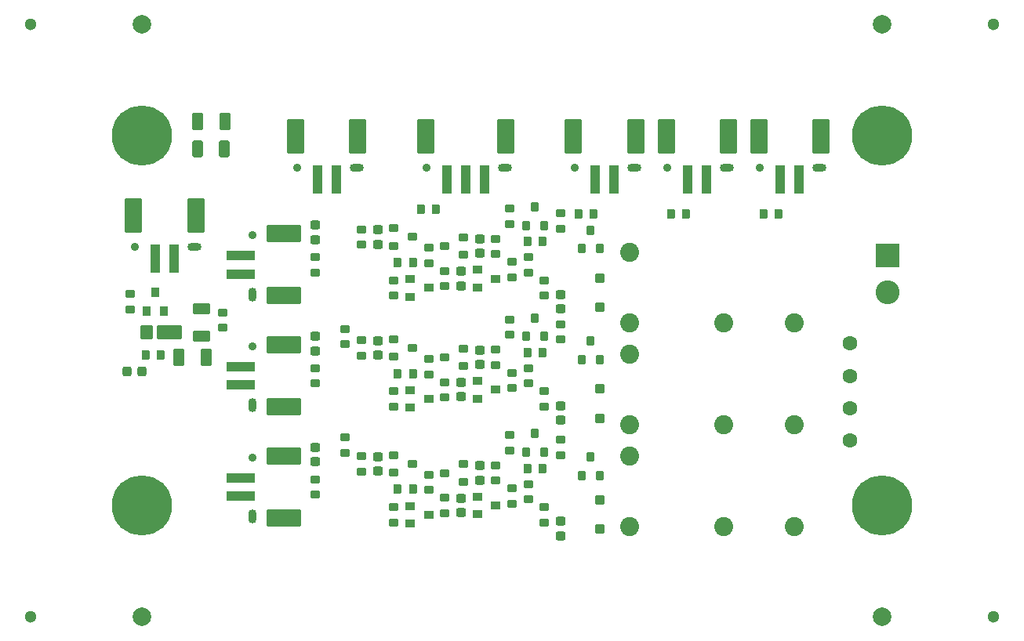
<source format=gbr>
%TF.GenerationSoftware,KiCad,Pcbnew,7.0.10*%
%TF.CreationDate,2024-07-30T22:44:23+09:00*%
%TF.ProjectId,Latch-Circuit,4c617463-682d-4436-9972-637569742e6b,rev?*%
%TF.SameCoordinates,Original*%
%TF.FileFunction,Soldermask,Top*%
%TF.FilePolarity,Negative*%
%FSLAX46Y46*%
G04 Gerber Fmt 4.6, Leading zero omitted, Abs format (unit mm)*
G04 Created by KiCad (PCBNEW 7.0.10) date 2024-07-30 22:44:23*
%MOMM*%
%LPD*%
G01*
G04 APERTURE LIST*
G04 Aperture macros list*
%AMRoundRect*
0 Rectangle with rounded corners*
0 $1 Rounding radius*
0 $2 $3 $4 $5 $6 $7 $8 $9 X,Y pos of 4 corners*
0 Add a 4 corners polygon primitive as box body*
4,1,4,$2,$3,$4,$5,$6,$7,$8,$9,$2,$3,0*
0 Add four circle primitives for the rounded corners*
1,1,$1+$1,$2,$3*
1,1,$1+$1,$4,$5*
1,1,$1+$1,$6,$7*
1,1,$1+$1,$8,$9*
0 Add four rect primitives between the rounded corners*
20,1,$1+$1,$2,$3,$4,$5,0*
20,1,$1+$1,$4,$5,$6,$7,0*
20,1,$1+$1,$6,$7,$8,$9,0*
20,1,$1+$1,$8,$9,$2,$3,0*%
G04 Aperture macros list end*
%ADD10RoundRect,0.225000X-0.300000X0.225000X-0.300000X-0.225000X0.300000X-0.225000X0.300000X0.225000X0*%
%ADD11RoundRect,0.225000X0.225000X0.300000X-0.225000X0.300000X-0.225000X-0.300000X0.225000X-0.300000X0*%
%ADD12C,2.050000*%
%ADD13RoundRect,0.056250X-0.393750X-0.443750X0.393750X-0.443750X0.393750X0.443750X-0.393750X0.443750X0*%
%ADD14RoundRect,0.225000X-0.225000X-0.300000X0.225000X-0.300000X0.225000X0.300000X-0.225000X0.300000X0*%
%ADD15RoundRect,0.243750X-0.243750X-0.281250X0.243750X-0.281250X0.243750X0.281250X-0.243750X0.281250X0*%
%ADD16O,0.900000X1.500000*%
%ADD17C,0.900000*%
%ADD18RoundRect,0.055000X1.445000X-0.495000X1.445000X0.495000X-1.445000X0.495000X-1.445000X-0.495000X0*%
%ADD19RoundRect,0.095000X1.755000X-0.855000X1.755000X0.855000X-1.755000X0.855000X-1.755000X-0.855000X0*%
%ADD20O,1.500000X0.900000*%
%ADD21RoundRect,0.055000X0.495000X1.445000X-0.495000X1.445000X-0.495000X-1.445000X0.495000X-1.445000X0*%
%ADD22RoundRect,0.095000X0.855000X1.755000X-0.855000X1.755000X-0.855000X-1.755000X0.855000X-1.755000X0*%
%ADD23C,1.600000*%
%ADD24RoundRect,0.225000X0.300000X-0.225000X0.300000X0.225000X-0.300000X0.225000X-0.300000X-0.225000X0*%
%ADD25C,6.500000*%
%ADD26RoundRect,0.052020X-1.235480X1.235480X-1.235480X-1.235480X1.235480X-1.235480X1.235480X1.235480X0*%
%ADD27C,2.575000*%
%ADD28RoundRect,0.112500X0.337500X-0.387500X0.337500X0.387500X-0.337500X0.387500X-0.337500X-0.387500X0*%
%ADD29RoundRect,0.271739X0.678261X-0.353261X0.678261X0.353261X-0.678261X0.353261X-0.678261X-0.353261X0*%
%ADD30RoundRect,0.111111X-0.413889X0.388889X-0.413889X-0.388889X0.413889X-0.388889X0.413889X0.388889X0*%
%ADD31RoundRect,0.056250X-0.443750X0.393750X-0.443750X-0.393750X0.443750X-0.393750X0.443750X0.393750X0*%
%ADD32RoundRect,0.250000X0.275000X-0.250000X0.275000X0.250000X-0.275000X0.250000X-0.275000X-0.250000X0*%
%ADD33RoundRect,0.243750X0.281250X-0.243750X0.281250X0.243750X-0.281250X0.243750X-0.281250X-0.243750X0*%
%ADD34C,1.300000*%
%ADD35C,2.000000*%
%ADD36RoundRect,0.112500X-0.387500X-0.337500X0.387500X-0.337500X0.387500X0.337500X-0.387500X0.337500X0*%
%ADD37RoundRect,0.112500X0.387500X0.337500X-0.387500X0.337500X-0.387500X-0.337500X0.387500X-0.337500X0*%
%ADD38RoundRect,0.243750X-0.281250X0.243750X-0.281250X-0.243750X0.281250X-0.243750X0.281250X0.243750X0*%
%ADD39RoundRect,0.107143X1.242857X0.642857X-1.242857X0.642857X-1.242857X-0.642857X1.242857X-0.642857X0*%
%ADD40RoundRect,0.107692X0.592308X0.642308X-0.592308X0.642308X-0.592308X-0.642308X0.592308X-0.642308X0*%
%ADD41RoundRect,0.250000X-0.275000X0.250000X-0.275000X-0.250000X0.275000X-0.250000X0.275000X0.250000X0*%
%ADD42RoundRect,0.272222X0.340278X0.652778X-0.340278X0.652778X-0.340278X-0.652778X0.340278X-0.652778X0*%
%ADD43RoundRect,0.271739X-0.353261X-0.678261X0.353261X-0.678261X0.353261X0.678261X-0.353261X0.678261X0*%
G04 APERTURE END LIST*
D10*
%TO.C,R17*%
X57000000Y-30675000D03*
X57000000Y-32325000D03*
%TD*%
D11*
%TO.C,R15*%
X60325000Y-40500000D03*
X58675000Y-40500000D03*
%TD*%
D12*
%TO.C,K3*%
X69680000Y-59310000D03*
X79840000Y-59310000D03*
X87460000Y-59310000D03*
X69680000Y-51690000D03*
%TD*%
D10*
%TO.C,R46*%
X48000000Y-53675000D03*
X48000000Y-55325000D03*
%TD*%
D13*
%TO.C,Q1*%
X17550000Y-36000000D03*
X19450000Y-36000000D03*
X18500000Y-34000000D03*
%TD*%
D14*
%TO.C,R11*%
X44675000Y-30750000D03*
X46325000Y-30750000D03*
%TD*%
D15*
%TO.C,D2*%
X15462500Y-42500000D03*
X17037500Y-42500000D03*
%TD*%
D16*
%TO.C,J6*%
X28950000Y-58200000D03*
D17*
X28950000Y-51800000D03*
D18*
X27700000Y-54000000D03*
X27700000Y-56000000D03*
D19*
X32350000Y-51650000D03*
X32350000Y-58350000D03*
%TD*%
D14*
%TO.C,R34*%
X44675000Y-42750000D03*
X46325000Y-42750000D03*
%TD*%
D20*
%TO.C,J10*%
X70200000Y-20550000D03*
D17*
X63800000Y-20550000D03*
D21*
X66000000Y-21800000D03*
X68000000Y-21800000D03*
D22*
X63650000Y-17150000D03*
X70350000Y-17150000D03*
%TD*%
D23*
%TO.C,TP3*%
X93500000Y-46500000D03*
%TD*%
D24*
%TO.C,R20*%
X62250000Y-39075000D03*
X62250000Y-37425000D03*
%TD*%
%TO.C,R8*%
X40750000Y-28825000D03*
X40750000Y-27175000D03*
%TD*%
D17*
%TO.C,H4*%
X94600000Y-57000000D03*
X95302944Y-55302944D03*
X95302944Y-58697056D03*
X97000000Y-54600000D03*
D25*
X97000000Y-57000000D03*
D17*
X97000000Y-59400000D03*
X98697056Y-55302944D03*
X98697056Y-58697056D03*
X99400000Y-57000000D03*
%TD*%
D10*
%TO.C,R37*%
X35750000Y-42175000D03*
X35750000Y-43825000D03*
%TD*%
D26*
%TO.C,J7*%
X97550000Y-30000000D03*
D27*
X97550000Y-33960000D03*
%TD*%
D28*
%TO.C,Q3*%
X64550000Y-29250000D03*
X66450000Y-29250000D03*
X65500000Y-27250000D03*
%TD*%
D10*
%TO.C,R40*%
X57000000Y-42675000D03*
X57000000Y-44325000D03*
%TD*%
D24*
%TO.C,R28*%
X40750000Y-40825000D03*
X40750000Y-39175000D03*
%TD*%
D10*
%TO.C,R41*%
X55250000Y-40175000D03*
X55250000Y-41825000D03*
%TD*%
%TO.C,R16*%
X49750000Y-31675000D03*
X49750000Y-33325000D03*
%TD*%
D29*
%TO.C,C2*%
X23500000Y-38725000D03*
X23500000Y-35775000D03*
%TD*%
D30*
%TO.C,D7*%
X66500000Y-56425000D03*
X66500000Y-59575000D03*
%TD*%
D24*
%TO.C,R29*%
X40750000Y-53325000D03*
X40750000Y-51675000D03*
%TD*%
%TO.C,R22*%
X60500000Y-34325000D03*
X60500000Y-32675000D03*
%TD*%
D31*
%TO.C,Q13*%
X46000000Y-44550000D03*
X46000000Y-46450000D03*
X48000000Y-45500000D03*
%TD*%
D11*
%TO.C,R36*%
X65825000Y-25500000D03*
X64175000Y-25500000D03*
%TD*%
D10*
%TO.C,R5*%
X25750000Y-36175000D03*
X25750000Y-37825000D03*
%TD*%
D32*
%TO.C,C11*%
X53500000Y-54275000D03*
X53500000Y-52725000D03*
%TD*%
D28*
%TO.C,Q6*%
X58550000Y-38750000D03*
X60450000Y-38750000D03*
X59500000Y-36750000D03*
%TD*%
D16*
%TO.C,J4*%
X28950000Y-34200000D03*
D17*
X28950000Y-27800000D03*
D18*
X27700000Y-30000000D03*
X27700000Y-32000000D03*
D19*
X32350000Y-27650000D03*
X32350000Y-34350000D03*
%TD*%
D33*
%TO.C,D5*%
X62250000Y-35787500D03*
X62250000Y-34212500D03*
%TD*%
D34*
%TO.C,REF\u002A\u002A*%
X5000000Y-69000000D03*
%TD*%
D10*
%TO.C,R9*%
X44250000Y-32675000D03*
X44250000Y-34325000D03*
%TD*%
D35*
%TO.C,REF\u002A\u002A*%
X17000000Y-69000000D03*
%TD*%
D20*
%TO.C,J1*%
X22700000Y-29050000D03*
D17*
X16300000Y-29050000D03*
D21*
X18500000Y-30300000D03*
X20500000Y-30300000D03*
D22*
X16150000Y-25650000D03*
X22850000Y-25650000D03*
%TD*%
D10*
%TO.C,R2*%
X15750000Y-34175000D03*
X15750000Y-35825000D03*
%TD*%
D34*
%TO.C,REF\u002A\u002A*%
X5000000Y-5000000D03*
%TD*%
D31*
%TO.C,Q19*%
X53250000Y-56050000D03*
X53250000Y-57950000D03*
X55250000Y-57000000D03*
%TD*%
D32*
%TO.C,C8*%
X51500000Y-45275000D03*
X51500000Y-43725000D03*
%TD*%
D20*
%TO.C,J9*%
X80200000Y-20550000D03*
D17*
X73800000Y-20550000D03*
D21*
X76000000Y-21800000D03*
X78000000Y-21800000D03*
D22*
X73650000Y-17150000D03*
X80350000Y-17150000D03*
%TD*%
D34*
%TO.C,REF\u002A\u002A*%
X109000000Y-69000000D03*
%TD*%
D32*
%TO.C,C10*%
X51500000Y-57775000D03*
X51500000Y-56225000D03*
%TD*%
D10*
%TO.C,R43*%
X57000000Y-55175000D03*
X57000000Y-56825000D03*
%TD*%
D12*
%TO.C,K2*%
X69680000Y-48310000D03*
X79840000Y-48310000D03*
X87460000Y-48310000D03*
X69680000Y-40690000D03*
%TD*%
D11*
%TO.C,R25*%
X60325000Y-53000000D03*
X58675000Y-53000000D03*
%TD*%
D32*
%TO.C,C4*%
X51500000Y-33275000D03*
X51500000Y-31725000D03*
%TD*%
D36*
%TO.C,Q11*%
X44250000Y-39050000D03*
X44250000Y-40950000D03*
X46250000Y-40000000D03*
%TD*%
D35*
%TO.C,REF\u002A\u002A*%
X17000000Y-5000000D03*
%TD*%
D10*
%TO.C,R38*%
X35750000Y-54175000D03*
X35750000Y-55825000D03*
%TD*%
D28*
%TO.C,Q9*%
X64550000Y-41250000D03*
X66450000Y-41250000D03*
X65500000Y-39250000D03*
%TD*%
D37*
%TO.C,Q17*%
X51750000Y-54450000D03*
X51750000Y-52550000D03*
X49750000Y-53500000D03*
%TD*%
D10*
%TO.C,R13*%
X35750000Y-30175000D03*
X35750000Y-31825000D03*
%TD*%
%TO.C,R42*%
X49750000Y-56175000D03*
X49750000Y-57825000D03*
%TD*%
%TO.C,R24*%
X58750000Y-54675000D03*
X58750000Y-56325000D03*
%TD*%
D38*
%TO.C,D3*%
X35750000Y-26712500D03*
X35750000Y-28287500D03*
%TD*%
D32*
%TO.C,C9*%
X53500000Y-41775000D03*
X53500000Y-40225000D03*
%TD*%
D35*
%TO.C,REF\u002A\u002A*%
X97000000Y-5000000D03*
%TD*%
D24*
%TO.C,R47*%
X60500000Y-46325000D03*
X60500000Y-44675000D03*
%TD*%
%TO.C,R27*%
X39000000Y-51325000D03*
X39000000Y-49675000D03*
%TD*%
D39*
%TO.C,D1*%
X19975000Y-38250000D03*
D40*
X17525000Y-38250000D03*
%TD*%
D37*
%TO.C,Q7*%
X51750000Y-29950000D03*
X51750000Y-28050000D03*
X49750000Y-29000000D03*
%TD*%
D10*
%TO.C,R4*%
X56750000Y-24925000D03*
X56750000Y-26575000D03*
%TD*%
D24*
%TO.C,R26*%
X39000000Y-39575000D03*
X39000000Y-37925000D03*
%TD*%
D14*
%TO.C,R35*%
X44675000Y-55250000D03*
X46325000Y-55250000D03*
%TD*%
D30*
%TO.C,D4*%
X66500000Y-32425000D03*
X66500000Y-35575000D03*
%TD*%
D41*
%TO.C,C7*%
X42500000Y-51725000D03*
X42500000Y-53275000D03*
%TD*%
D20*
%TO.C,J2*%
X56200000Y-20550000D03*
D17*
X47800000Y-20550000D03*
D21*
X50000000Y-21800000D03*
X52000000Y-21800000D03*
X54000000Y-21800000D03*
D22*
X47650000Y-17150000D03*
X56350000Y-17150000D03*
%TD*%
D14*
%TO.C,R6*%
X47175000Y-25000000D03*
X48825000Y-25000000D03*
%TD*%
D30*
%TO.C,D6*%
X66500000Y-44425000D03*
X66500000Y-47575000D03*
%TD*%
D33*
%TO.C,D11*%
X62250000Y-60287500D03*
X62250000Y-58712500D03*
%TD*%
D10*
%TO.C,R44*%
X55250000Y-52675000D03*
X55250000Y-54325000D03*
%TD*%
D28*
%TO.C,Q2*%
X58550000Y-26750000D03*
X60450000Y-26750000D03*
X59500000Y-24750000D03*
%TD*%
D36*
%TO.C,Q12*%
X44250000Y-51550000D03*
X44250000Y-53450000D03*
X46250000Y-52500000D03*
%TD*%
D11*
%TO.C,R23*%
X75825000Y-25500000D03*
X74175000Y-25500000D03*
%TD*%
D38*
%TO.C,D9*%
X35750000Y-50712500D03*
X35750000Y-52287500D03*
%TD*%
D10*
%TO.C,R32*%
X44250000Y-44675000D03*
X44250000Y-46325000D03*
%TD*%
D42*
%TO.C,R49*%
X25962500Y-18500000D03*
X23037500Y-18500000D03*
%TD*%
D23*
%TO.C,TP1*%
X93500000Y-39500000D03*
%TD*%
D31*
%TO.C,Q14*%
X46000000Y-57050000D03*
X46000000Y-58950000D03*
X48000000Y-58000000D03*
%TD*%
D11*
%TO.C,R3*%
X60325000Y-28500000D03*
X58675000Y-28500000D03*
%TD*%
D33*
%TO.C,D10*%
X62250000Y-47787500D03*
X62250000Y-46212500D03*
%TD*%
D37*
%TO.C,Q16*%
X51750000Y-41950000D03*
X51750000Y-40050000D03*
X49750000Y-41000000D03*
%TD*%
D10*
%TO.C,R30*%
X56750000Y-49425000D03*
X56750000Y-51075000D03*
%TD*%
D31*
%TO.C,Q5*%
X46000000Y-32550000D03*
X46000000Y-34450000D03*
X48000000Y-33500000D03*
%TD*%
D16*
%TO.C,J5*%
X28950000Y-46200000D03*
D17*
X28950000Y-39800000D03*
D18*
X27700000Y-42000000D03*
X27700000Y-44000000D03*
D19*
X32350000Y-39650000D03*
X32350000Y-46350000D03*
%TD*%
D10*
%TO.C,R21*%
X48000000Y-29175000D03*
X48000000Y-30825000D03*
%TD*%
D28*
%TO.C,Q10*%
X58550000Y-51250000D03*
X60450000Y-51250000D03*
X59500000Y-49250000D03*
%TD*%
D41*
%TO.C,C6*%
X42500000Y-39225000D03*
X42500000Y-40775000D03*
%TD*%
D10*
%TO.C,R33*%
X44250000Y-57175000D03*
X44250000Y-58825000D03*
%TD*%
D20*
%TO.C,J3*%
X40200000Y-20550000D03*
D17*
X33800000Y-20550000D03*
D21*
X36000000Y-21800000D03*
X38000000Y-21800000D03*
D22*
X33650000Y-17150000D03*
X40350000Y-17150000D03*
%TD*%
D31*
%TO.C,Q18*%
X53250000Y-43550000D03*
X53250000Y-45450000D03*
X55250000Y-44500000D03*
%TD*%
D24*
%TO.C,R31*%
X62250000Y-51575000D03*
X62250000Y-49925000D03*
%TD*%
D32*
%TO.C,C5*%
X53500000Y-29775000D03*
X53500000Y-28225000D03*
%TD*%
D17*
%TO.C,H1*%
X14600000Y-17000000D03*
X15302944Y-15302944D03*
X15302944Y-18697056D03*
X17000000Y-14600000D03*
D25*
X17000000Y-17000000D03*
D17*
X17000000Y-19400000D03*
X18697056Y-15302944D03*
X18697056Y-18697056D03*
X19400000Y-17000000D03*
%TD*%
D10*
%TO.C,R1*%
X58750000Y-30175000D03*
X58750000Y-31825000D03*
%TD*%
D14*
%TO.C,R12*%
X17425000Y-40750000D03*
X19075000Y-40750000D03*
%TD*%
D23*
%TO.C,TP4*%
X93500000Y-50000000D03*
%TD*%
D43*
%TO.C,C1*%
X21025000Y-41000000D03*
X23975000Y-41000000D03*
%TD*%
D24*
%TO.C,R48*%
X60500000Y-58825000D03*
X60500000Y-57175000D03*
%TD*%
D41*
%TO.C,C3*%
X42500000Y-27225000D03*
X42500000Y-28775000D03*
%TD*%
D10*
%TO.C,R18*%
X55250000Y-28175000D03*
X55250000Y-29825000D03*
%TD*%
D38*
%TO.C,D8*%
X35750000Y-38712500D03*
X35750000Y-40287500D03*
%TD*%
D10*
%TO.C,R45*%
X48000000Y-41175000D03*
X48000000Y-42825000D03*
%TD*%
D17*
%TO.C,H3*%
X14600000Y-57000000D03*
X15302944Y-55302944D03*
X15302944Y-58697056D03*
X17000000Y-54600000D03*
D25*
X17000000Y-57000000D03*
D17*
X17000000Y-59400000D03*
X18697056Y-55302944D03*
X18697056Y-58697056D03*
X19400000Y-57000000D03*
%TD*%
D43*
%TO.C,C12*%
X23025000Y-15500000D03*
X25975000Y-15500000D03*
%TD*%
D31*
%TO.C,Q8*%
X53250000Y-31550000D03*
X53250000Y-33450000D03*
X55250000Y-32500000D03*
%TD*%
D10*
%TO.C,R39*%
X49750000Y-43675000D03*
X49750000Y-45325000D03*
%TD*%
D12*
%TO.C,K1*%
X69680000Y-37310000D03*
X79840000Y-37310000D03*
X87460000Y-37310000D03*
X69680000Y-29690000D03*
%TD*%
D10*
%TO.C,R19*%
X56750000Y-36925000D03*
X56750000Y-38575000D03*
%TD*%
D20*
%TO.C,J8*%
X90200000Y-20550000D03*
D17*
X83800000Y-20550000D03*
D21*
X86000000Y-21800000D03*
X88000000Y-21800000D03*
D22*
X83650000Y-17150000D03*
X90350000Y-17150000D03*
%TD*%
D34*
%TO.C,REF\u002A\u002A*%
X109000000Y-5000000D03*
%TD*%
D17*
%TO.C,H2*%
X94600000Y-17000000D03*
X95302944Y-15302944D03*
X95302944Y-18697056D03*
X97000000Y-14600000D03*
D25*
X97000000Y-17000000D03*
D17*
X97000000Y-19400000D03*
X98697056Y-15302944D03*
X98697056Y-18697056D03*
X99400000Y-17000000D03*
%TD*%
D24*
%TO.C,R7*%
X62250000Y-27075000D03*
X62250000Y-25425000D03*
%TD*%
D11*
%TO.C,R10*%
X85825000Y-25500000D03*
X84175000Y-25500000D03*
%TD*%
D28*
%TO.C,Q15*%
X64550000Y-53750000D03*
X66450000Y-53750000D03*
X65500000Y-51750000D03*
%TD*%
D10*
%TO.C,R14*%
X58750000Y-42175000D03*
X58750000Y-43825000D03*
%TD*%
D36*
%TO.C,Q4*%
X44250000Y-27050000D03*
X44250000Y-28950000D03*
X46250000Y-28000000D03*
%TD*%
D23*
%TO.C,TP2*%
X93500000Y-43000000D03*
%TD*%
D35*
%TO.C,REF\u002A\u002A*%
X97000000Y-69000000D03*
%TD*%
M02*

</source>
